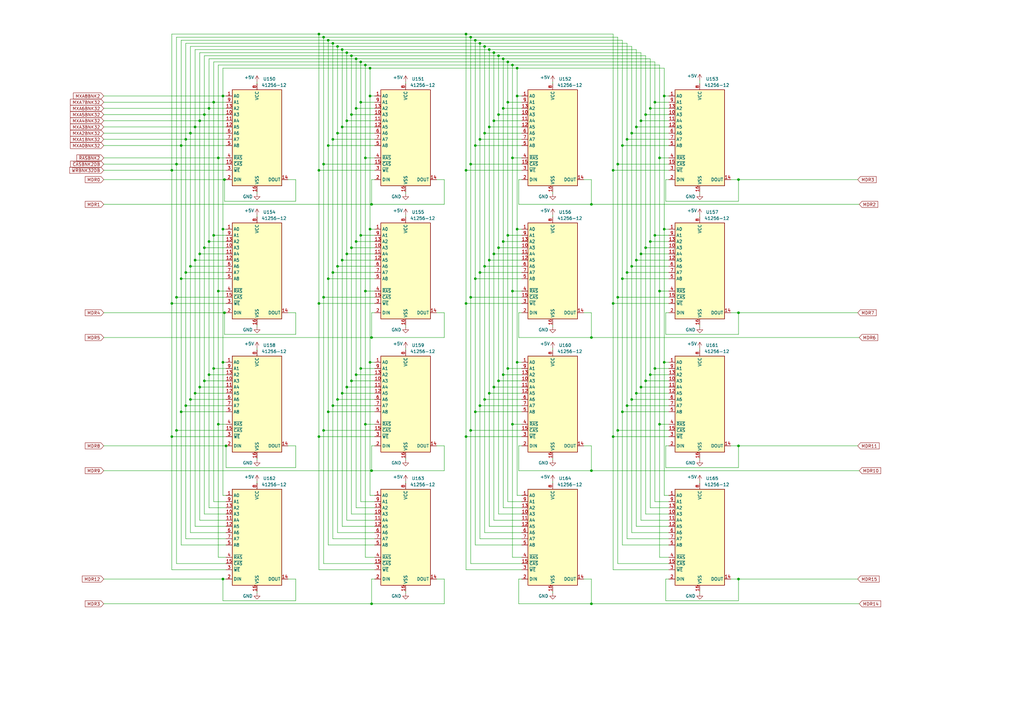
<source format=kicad_sch>
(kicad_sch (version 20211123) (generator eeschema)
  (paper "A3")
  (lib_symbols
    (symbol "power:+5V" (power) (pin_names (offset 0))
      (property "Value" "+5V" (at 0 3.556 0))
      (symbol "+5V_0_1"
        (polyline (pts (xy -0.762 1.27) (xy 0 2.54)))
        (polyline (pts (xy 0 0) (xy 0 2.54)))
        (polyline (pts (xy 0 2.54) (xy 0.762 1.27)))
      )
      (symbol "+5V_1_1"
        (pin power_in line (at 0 0 90) (length 0) hide (name "+5V") (number "1"))
      )
    )
    (symbol "power:GND" (power) (pin_names (offset 0))
      (property "Value" "GND" (at 0 -3.81 0))
      (symbol "GND_0_1"
        (polyline (pts (xy 0 0) (xy 0 -1.27) (xy 1.27 -1.27) (xy 0 -2.54) (xy -1.27 -1.27) (xy 0 -1.27)))
      )
      (symbol "GND_1_1"
        (pin power_in line (at 0 0 270) (length 0) hide (name "GND") (number "1"))
      )
    )
    (symbol "x37:41256"
      (property "Reference" "U" (at -10.16 26.035 0))
      (property "Value" "41256" (at 2.54 26.035 0))
      (symbol "41256_0_0"
        (pin power_in line (at 0 -16.51 90) (length 2.54) (name "VSS") (number "16"))
        (pin power_in line (at 0 27.94 270) (length 2.54) (name "VCC") (number "8"))
      )
      (symbol "41256_0_1"
        (rectangle (start -10.16 25.4) (end 10.16 -13.97) (stroke (width 0.254)) (fill (type background)))
      )
      (symbol "41256_1_1"
        (pin input line (at -12.7 22.86 0) (length 2.54) (name "A0") (number "1"))
        (pin input line (at -12.7 15.24 0) (length 2.54) (name "A3") (number "10"))
        (pin input line (at -12.7 12.7 0) (length 2.54) (name "A4") (number "11"))
        (pin input line (at -12.7 10.16 0) (length 2.54) (name "A5") (number "12"))
        (pin input line (at -12.7 17.78 0) (length 2.54) (name "A2") (number "13"))
        (pin tri_state line (at 12.7 -11.43 180) (length 2.54) (name "DOUT") (number "14"))
        (pin input line (at -12.7 -5.08 0) (length 2.54) (name "~{CAS}") (number "15"))
        (pin tri_state line (at -12.7 -11.43 0) (length 2.54) (name "DIN") (number "2"))
        (pin input line (at -12.7 -7.62 0) (length 2.54) (name "~{WE}") (number "3"))
        (pin input line (at -12.7 -2.54 0) (length 2.54) (name "~{RAS}") (number "4"))
        (pin input line (at -12.7 2.54 0) (length 2.54) (name "A8") (number "5"))
        (pin input line (at -12.7 7.62 0) (length 2.54) (name "A6") (number "6"))
        (pin input line (at -12.7 5.08 0) (length 2.54) (name "A7") (number "7"))
        (pin input line (at -12.7 20.32 0) (length 2.54) (name "A1") (number "9"))
      )
    )
  )
  (junction (at 147.955 151.13))
  (junction (at 191.135 124.46))
  (junction (at 151.765 27.94))
  (junction (at 202.565 21.59))
  (junction (at 130.81 124.46))
  (junction (at 194.945 168.91))
  (junction (at 70.485 69.85))
  (junction (at 251.46 179.07))
  (junction (at 134.62 168.91))
  (junction (at 89.535 173.99))
  (junction (at 200.66 106.68))
  (junction (at 151.765 93.98))
  (junction (at 144.145 156.21))
  (junction (at 83.82 156.21))
  (junction (at 78.105 109.22))
  (junction (at 253.365 176.53))
  (junction (at 193.04 67.31))
  (junction (at 260.985 106.68))
  (junction (at 146.05 153.67))
  (junction (at 130.81 179.07))
  (junction (at 136.525 57.15))
  (junction (at 147.955 96.52))
  (junction (at 146.05 99.06))
  (junction (at 193.04 15.24))
  (junction (at 74.295 59.69))
  (junction (at 85.725 44.45))
  (junction (at 72.39 67.31))
  (junction (at 262.89 49.53))
  (junction (at 87.63 151.13))
  (junction (at 212.09 148.59))
  (junction (at 264.795 46.99))
  (junction (at 134.62 114.3))
  (junction (at 259.08 54.61))
  (junction (at 146.05 24.13))
  (junction (at 270.51 173.99))
  (junction (at 130.81 69.85))
  (junction (at 191.135 69.85))
  (junction (at 208.28 41.91))
  (junction (at 270.51 64.77))
  (junction (at 91.44 148.59))
  (junction (at 210.185 26.67))
  (junction (at 206.375 153.67))
  (junction (at 70.485 124.46))
  (junction (at 87.63 96.52))
  (junction (at 144.145 101.6))
  (junction (at 138.43 54.61))
  (junction (at 266.7 99.06))
  (junction (at 200.66 52.07))
  (junction (at 76.2 57.15))
  (junction (at 202.565 158.75))
  (junction (at 76.2 111.76))
  (junction (at 72.39 121.92))
  (junction (at 194.945 114.3))
  (junction (at 149.86 26.67))
  (junction (at 266.7 44.45))
  (junction (at 259.08 163.83))
  (junction (at 242.57 247.65))
  (junction (at 253.365 121.92))
  (junction (at 196.85 57.15))
  (junction (at 208.28 151.13))
  (junction (at 206.375 44.45))
  (junction (at 257.175 111.76))
  (junction (at 200.66 161.29))
  (junction (at 76.2 166.37))
  (junction (at 212.09 39.37))
  (junction (at 208.28 96.52))
  (junction (at 262.89 104.14))
  (junction (at 242.57 138.43))
  (junction (at 262.89 158.75))
  (junction (at 204.47 156.21))
  (junction (at 194.945 59.69))
  (junction (at 204.47 101.6))
  (junction (at 151.765 39.37))
  (junction (at 85.725 99.06))
  (junction (at 91.44 93.98))
  (junction (at 70.485 179.07))
  (junction (at 198.755 19.05))
  (junction (at 81.915 158.75))
  (junction (at 302.895 128.27))
  (junction (at 138.43 109.22))
  (junction (at 149.86 119.38))
  (junction (at 200.66 20.32))
  (junction (at 142.24 104.14))
  (junction (at 212.09 93.98))
  (junction (at 136.525 111.76))
  (junction (at 204.47 22.86))
  (junction (at 142.24 49.53))
  (junction (at 78.105 163.83))
  (junction (at 204.47 46.99))
  (junction (at 140.335 106.68))
  (junction (at 272.415 93.98))
  (junction (at 132.715 176.53))
  (junction (at 264.795 156.21))
  (junction (at 80.01 106.68))
  (junction (at 196.85 166.37))
  (junction (at 138.43 163.83))
  (junction (at 80.01 161.29))
  (junction (at 140.335 20.32))
  (junction (at 196.85 111.76))
  (junction (at 134.62 59.69))
  (junction (at 210.185 173.99))
  (junction (at 242.57 83.82))
  (junction (at 132.715 67.31))
  (junction (at 81.915 49.53))
  (junction (at 74.295 168.91))
  (junction (at 198.755 163.83))
  (junction (at 251.46 69.85))
  (junction (at 130.81 13.97))
  (junction (at 194.945 16.51))
  (junction (at 259.08 109.22))
  (junction (at 264.795 101.6))
  (junction (at 149.86 64.77))
  (junction (at 202.565 49.53))
  (junction (at 147.955 25.4))
  (junction (at 81.915 104.14))
  (junction (at 191.135 13.97))
  (junction (at 144.145 46.99))
  (junction (at 132.715 15.24))
  (junction (at 206.375 99.06))
  (junction (at 152.4 138.43))
  (junction (at 196.85 17.78))
  (junction (at 257.175 57.15))
  (junction (at 198.755 109.22))
  (junction (at 253.365 67.31))
  (junction (at 255.27 114.3))
  (junction (at 92.075 128.27))
  (junction (at 208.28 25.4))
  (junction (at 83.82 46.99))
  (junction (at 152.4 83.82))
  (junction (at 302.895 182.88))
  (junction (at 260.985 52.07))
  (junction (at 191.135 179.07))
  (junction (at 206.375 24.13))
  (junction (at 140.335 52.07))
  (junction (at 136.525 166.37))
  (junction (at 266.7 153.67))
  (junction (at 193.04 121.92))
  (junction (at 255.27 168.91))
  (junction (at 85.725 153.67))
  (junction (at 257.175 166.37))
  (junction (at 202.565 104.14))
  (junction (at 132.715 121.92))
  (junction (at 251.46 124.46))
  (junction (at 272.415 148.59))
  (junction (at 89.535 119.38))
  (junction (at 146.05 44.45))
  (junction (at 260.985 161.29))
  (junction (at 255.27 59.69))
  (junction (at 134.62 16.51))
  (junction (at 210.185 119.38))
  (junction (at 78.105 54.61))
  (junction (at 74.295 114.3))
  (junction (at 92.71 182.88))
  (junction (at 92.075 73.66))
  (junction (at 136.525 17.78))
  (junction (at 210.185 64.77))
  (junction (at 268.605 151.13))
  (junction (at 138.43 19.05))
  (junction (at 302.895 237.49))
  (junction (at 272.415 39.37))
  (junction (at 147.955 41.91))
  (junction (at 80.01 52.07))
  (junction (at 268.605 96.52))
  (junction (at 212.09 27.94))
  (junction (at 151.765 148.59))
  (junction (at 140.335 161.29))
  (junction (at 91.44 237.49))
  (junction (at 144.145 22.86))
  (junction (at 142.24 158.75))
  (junction (at 83.82 101.6))
  (junction (at 142.24 21.59))
  (junction (at 152.4 247.65))
  (junction (at 270.51 119.38))
  (junction (at 193.04 176.53))
  (junction (at 91.44 39.37))
  (junction (at 87.63 41.91))
  (junction (at 198.755 54.61))
  (junction (at 152.4 193.04))
  (junction (at 302.895 73.66))
  (junction (at 89.535 64.77))
  (junction (at 149.86 173.99))
  (junction (at 242.57 193.04))
  (junction (at 72.39 176.53))
  (junction (at 268.605 41.91))
  (wire (pts (xy 91.44 148.59) (xy 92.71 148.59)))
  (wire (pts (xy 212.725 247.65) (xy 242.57 247.65)))
  (wire (pts (xy 140.335 52.07) (xy 140.335 106.68)))
  (wire (pts (xy 153.67 67.31) (xy 132.715 67.31)))
  (wire (pts (xy 204.47 46.99) (xy 204.47 101.6)))
  (wire (pts (xy 266.7 153.67) (xy 266.7 208.28)))
  (wire (pts (xy 242.57 128.27) (xy 239.395 128.27)))
  (wire (pts (xy 70.485 179.07) (xy 70.485 124.46)))
  (wire (pts (xy 204.47 156.21) (xy 204.47 210.82)))
  (wire (pts (xy 274.32 228.6) (xy 270.51 228.6)))
  (wire (pts (xy 200.66 161.29) (xy 200.66 215.9)))
  (wire (pts (xy 193.04 67.31) (xy 193.04 15.24)))
  (wire (pts (xy 226.695 33.655) (xy 226.695 34.29)))
  (wire (pts (xy 268.605 151.13) (xy 268.605 205.74)))
  (wire (pts (xy 260.985 106.68) (xy 260.985 161.29)))
  (wire (pts (xy 147.955 151.13) (xy 153.67 151.13)))
  (wire (pts (xy 206.375 24.13) (xy 266.7 24.13)))
  (wire (pts (xy 105.41 33.655) (xy 105.41 34.29)))
  (wire (pts (xy 105.41 142.875) (xy 105.41 143.51)))
  (wire (pts (xy 182.245 182.88) (xy 182.245 193.04)))
  (wire (pts (xy 253.365 67.31) (xy 253.365 121.92)))
  (wire (pts (xy 194.945 16.51) (xy 255.27 16.51)))
  (wire (pts (xy 213.995 64.77) (xy 210.185 64.77)))
  (wire (pts (xy 200.66 161.29) (xy 213.995 161.29)))
  (wire (pts (xy 91.44 27.94) (xy 151.765 27.94)))
  (wire (pts (xy 212.725 193.04) (xy 242.57 193.04)))
  (wire (pts (xy 302.895 73.66) (xy 299.72 73.66)))
  (wire (pts (xy 204.47 101.6) (xy 213.995 101.6)))
  (wire (pts (xy 166.37 33.655) (xy 166.37 34.29)))
  (wire (pts (xy 274.32 39.37) (xy 272.415 39.37)))
  (wire (pts (xy 210.185 119.38) (xy 210.185 173.99)))
  (wire (pts (xy 121.285 191.77) (xy 121.285 182.88)))
  (wire (pts (xy 91.44 93.98) (xy 91.44 148.59)))
  (wire (pts (xy 72.39 67.31) (xy 72.39 15.24)))
  (wire (pts (xy 78.105 218.44) (xy 92.71 218.44)))
  (wire (pts (xy 92.71 191.77) (xy 121.285 191.77)))
  (wire (pts (xy 151.765 148.59) (xy 151.765 203.2)))
  (wire (pts (xy 274.32 153.67) (xy 266.7 153.67)))
  (wire (pts (xy 121.285 182.88) (xy 118.11 182.88)))
  (wire (pts (xy 266.7 99.06) (xy 266.7 153.67)))
  (wire (pts (xy 153.67 231.14) (xy 132.715 231.14)))
  (wire (pts (xy 274.32 109.22) (xy 259.08 109.22)))
  (wire (pts (xy 85.725 153.67) (xy 85.725 208.28)))
  (wire (pts (xy 153.67 44.45) (xy 146.05 44.45)))
  (wire (pts (xy 268.605 41.91) (xy 268.605 96.52)))
  (wire (pts (xy 270.51 64.77) (xy 270.51 26.67)))
  (wire (pts (xy 105.41 78.74) (xy 105.41 79.375)))
  (wire (pts (xy 193.04 67.31) (xy 193.04 121.92)))
  (wire (pts (xy 91.44 246.38) (xy 121.285 246.38)))
  (wire (pts (xy 260.985 161.29) (xy 274.32 161.29)))
  (wire (pts (xy 226.695 187.96) (xy 226.695 188.595)))
  (wire (pts (xy 92.075 128.27) (xy 92.71 128.27)))
  (wire (pts (xy 70.485 233.68) (xy 92.71 233.68)))
  (wire (pts (xy 287.02 187.96) (xy 287.02 188.595)))
  (wire (pts (xy 153.67 237.49) (xy 152.4 237.49)))
  (wire (pts (xy 166.37 142.875) (xy 166.37 143.51)))
  (wire (pts (xy 140.335 161.29) (xy 140.335 215.9)))
  (wire (pts (xy 255.27 168.91) (xy 255.27 223.52)))
  (wire (pts (xy 72.39 231.14) (xy 92.71 231.14)))
  (wire (pts (xy 212.09 39.37) (xy 212.09 27.94)))
  (wire (pts (xy 212.09 93.98) (xy 212.09 148.59)))
  (wire (pts (xy 274.32 114.3) (xy 255.27 114.3)))
  (wire (pts (xy 136.525 17.78) (xy 196.85 17.78)))
  (wire (pts (xy 138.43 109.22) (xy 138.43 163.83)))
  (wire (pts (xy 76.2 220.98) (xy 92.71 220.98)))
  (wire (pts (xy 72.39 121.92) (xy 72.39 176.53)))
  (wire (pts (xy 274.32 182.88) (xy 273.05 182.88)))
  (wire (pts (xy 264.795 156.21) (xy 274.32 156.21)))
  (wire (pts (xy 204.47 22.86) (xy 264.795 22.86)))
  (wire (pts (xy 130.81 179.07) (xy 153.67 179.07)))
  (wire (pts (xy 146.05 44.45) (xy 146.05 99.06)))
  (wire (pts (xy 153.67 121.92) (xy 132.715 121.92)))
  (wire (pts (xy 255.27 59.69) (xy 255.27 16.51)))
  (wire (pts (xy 74.295 114.3) (xy 92.71 114.3)))
  (wire (pts (xy 78.105 54.61) (xy 78.105 19.05)))
  (wire (pts (xy 202.565 21.59) (xy 262.89 21.59)))
  (wire (pts (xy 81.915 213.36) (xy 92.71 213.36)))
  (wire (pts (xy 121.285 237.49) (xy 118.11 237.49)))
  (wire (pts (xy 274.32 218.44) (xy 259.08 218.44)))
  (wire (pts (xy 92.075 137.16) (xy 121.285 137.16)))
  (wire (pts (xy 136.525 17.78) (xy 136.525 57.15)))
  (wire (pts (xy 287.02 197.485) (xy 287.02 198.12)))
  (wire (pts (xy 74.295 168.91) (xy 74.295 223.52)))
  (wire (pts (xy 273.05 128.27) (xy 273.05 137.16)))
  (wire (pts (xy 213.995 128.27) (xy 212.725 128.27)))
  (wire (pts (xy 153.67 119.38) (xy 149.86 119.38)))
  (wire (pts (xy 352.425 83.82) (xy 242.57 83.82)))
  (wire (pts (xy 144.145 210.82) (xy 153.67 210.82)))
  (wire (pts (xy 202.565 49.53) (xy 202.565 104.14)))
  (wire (pts (xy 70.485 69.85) (xy 92.71 69.85)))
  (wire (pts (xy 153.67 104.14) (xy 142.24 104.14)))
  (wire (pts (xy 212.725 73.66) (xy 212.725 83.82)))
  (wire (pts (xy 136.525 57.15) (xy 153.67 57.15)))
  (wire (pts (xy 83.82 46.99) (xy 83.82 101.6)))
  (wire (pts (xy 74.295 223.52) (xy 92.71 223.52)))
  (wire (pts (xy 121.285 82.55) (xy 121.285 73.66)))
  (wire (pts (xy 191.135 124.46) (xy 213.995 124.46)))
  (wire (pts (xy 152.4 83.82) (xy 182.245 83.82)))
  (wire (pts (xy 153.67 182.88) (xy 152.4 182.88)))
  (wire (pts (xy 80.01 20.32) (xy 140.335 20.32)))
  (wire (pts (xy 182.245 182.88) (xy 179.07 182.88)))
  (wire (pts (xy 213.995 54.61) (xy 198.755 54.61)))
  (wire (pts (xy 42.545 41.91) (xy 87.63 41.91)))
  (wire (pts (xy 144.145 156.21) (xy 153.67 156.21)))
  (wire (pts (xy 212.09 148.59) (xy 212.09 203.2)))
  (wire (pts (xy 80.01 161.29) (xy 92.71 161.29)))
  (wire (pts (xy 89.535 173.99) (xy 89.535 228.6)))
  (wire (pts (xy 200.66 52.07) (xy 213.995 52.07)))
  (wire (pts (xy 142.24 49.53) (xy 142.24 21.59)))
  (wire (pts (xy 351.79 73.66) (xy 302.895 73.66)))
  (wire (pts (xy 194.945 59.69) (xy 194.945 16.51)))
  (wire (pts (xy 268.605 25.4) (xy 268.605 41.91)))
  (wire (pts (xy 262.89 104.14) (xy 262.89 158.75)))
  (wire (pts (xy 251.46 13.97) (xy 251.46 69.85)))
  (wire (pts (xy 138.43 54.61) (xy 138.43 109.22)))
  (wire (pts (xy 253.365 121.92) (xy 253.365 176.53)))
  (wire (pts (xy 83.82 210.82) (xy 92.71 210.82)))
  (wire (pts (xy 274.32 64.77) (xy 270.51 64.77)))
  (wire (pts (xy 259.08 109.22) (xy 259.08 163.83)))
  (wire (pts (xy 153.67 39.37) (xy 151.765 39.37)))
  (wire (pts (xy 255.27 114.3) (xy 255.27 168.91)))
  (wire (pts (xy 287.02 242.57) (xy 287.02 243.205)))
  (wire (pts (xy 206.375 44.45) (xy 206.375 99.06)))
  (wire (pts (xy 153.67 208.28) (xy 146.05 208.28)))
  (wire (pts (xy 153.67 73.66) (xy 152.4 73.66)))
  (wire (pts (xy 196.85 111.76) (xy 213.995 111.76)))
  (wire (pts (xy 76.2 17.78) (xy 136.525 17.78)))
  (wire (pts (xy 130.81 233.68) (xy 153.67 233.68)))
  (wire (pts (xy 213.995 218.44) (xy 198.755 218.44)))
  (wire (pts (xy 266.7 44.45) (xy 266.7 99.06)))
  (wire (pts (xy 72.39 176.53) (xy 92.71 176.53)))
  (wire (pts (xy 153.67 203.2) (xy 151.765 203.2)))
  (wire (pts (xy 81.915 49.53) (xy 81.915 104.14)))
  (wire (pts (xy 257.175 111.76) (xy 274.32 111.76)))
  (wire (pts (xy 196.85 111.76) (xy 196.85 166.37)))
  (wire (pts (xy 260.985 106.68) (xy 274.32 106.68)))
  (wire (pts (xy 87.63 41.91) (xy 92.71 41.91)))
  (wire (pts (xy 85.725 24.13) (xy 85.725 44.45)))
  (wire (pts (xy 273.05 191.77) (xy 302.895 191.77)))
  (wire (pts (xy 74.295 59.69) (xy 74.295 114.3)))
  (wire (pts (xy 208.28 151.13) (xy 213.995 151.13)))
  (wire (pts (xy 257.175 111.76) (xy 257.175 166.37)))
  (wire (pts (xy 83.82 156.21) (xy 83.82 210.82)))
  (wire (pts (xy 196.85 220.98) (xy 213.995 220.98)))
  (wire (pts (xy 242.57 73.66) (xy 239.395 73.66)))
  (wire (pts (xy 213.995 228.6) (xy 210.185 228.6)))
  (wire (pts (xy 242.57 182.88) (xy 242.57 193.04)))
  (wire (pts (xy 352.425 138.43) (xy 242.57 138.43)))
  (wire (pts (xy 130.81 69.85) (xy 153.67 69.85)))
  (wire (pts (xy 200.66 106.68) (xy 200.66 161.29)))
  (wire (pts (xy 42.545 59.69) (xy 74.295 59.69)))
  (wire (pts (xy 302.895 137.16) (xy 302.895 128.27)))
  (wire (pts (xy 202.565 104.14) (xy 202.565 158.75)))
  (wire (pts (xy 80.01 106.68) (xy 92.71 106.68)))
  (wire (pts (xy 251.46 69.85) (xy 251.46 124.46)))
  (wire (pts (xy 206.375 44.45) (xy 206.375 24.13)))
  (wire (pts (xy 274.32 213.36) (xy 262.89 213.36)))
  (wire (pts (xy 80.01 106.68) (xy 80.01 161.29)))
  (wire (pts (xy 121.285 246.38) (xy 121.285 237.49)))
  (wire (pts (xy 42.545 67.31) (xy 72.39 67.31)))
  (wire (pts (xy 213.995 148.59) (xy 212.09 148.59)))
  (wire (pts (xy 268.605 151.13) (xy 274.32 151.13)))
  (wire (pts (xy 147.955 151.13) (xy 147.955 205.74)))
  (wire (pts (xy 182.245 73.66) (xy 182.245 83.82)))
  (wire (pts (xy 302.895 128.27) (xy 299.72 128.27)))
  (wire (pts (xy 92.075 82.55) (xy 121.285 82.55)))
  (wire (pts (xy 70.485 124.46) (xy 70.485 69.85)))
  (wire (pts (xy 251.46 233.68) (xy 274.32 233.68)))
  (wire (pts (xy 191.135 233.68) (xy 213.995 233.68)))
  (wire (pts (xy 302.895 246.38) (xy 302.895 237.49)))
  (wire (pts (xy 272.415 148.59) (xy 272.415 203.2)))
  (wire (pts (xy 153.67 176.53) (xy 132.715 176.53)))
  (wire (pts (xy 213.995 158.75) (xy 202.565 158.75)))
  (wire (pts (xy 274.32 231.14) (xy 253.365 231.14)))
  (wire (pts (xy 80.01 161.29) (xy 80.01 215.9)))
  (wire (pts (xy 78.105 163.83) (xy 92.71 163.83)))
  (wire (pts (xy 251.46 179.07) (xy 274.32 179.07)))
  (wire (pts (xy 92.075 73.66) (xy 92.075 82.55)))
  (wire (pts (xy 142.24 104.14) (xy 142.24 158.75)))
  (wire (pts (xy 257.175 166.37) (xy 257.175 220.98)))
  (wire (pts (xy 270.51 173.99) (xy 270.51 228.6)))
  (wire (pts (xy 153.67 114.3) (xy 134.62 114.3)))
  (wire (pts (xy 274.32 119.38) (xy 270.51 119.38)))
  (wire (pts (xy 274.32 128.27) (xy 273.05 128.27)))
  (wire (pts (xy 136.525 166.37) (xy 136.525 220.98)))
  (wire (pts (xy 264.795 22.86) (xy 264.795 46.99)))
  (wire (pts (xy 191.135 69.85) (xy 191.135 124.46)))
  (wire (pts (xy 85.725 208.28) (xy 92.71 208.28)))
  (wire (pts (xy 85.725 44.45) (xy 92.71 44.45)))
  (wire (pts (xy 206.375 153.67) (xy 206.375 208.28)))
  (wire (pts (xy 287.02 33.02) (xy 287.02 34.29)))
  (wire (pts (xy 208.28 25.4) (xy 268.605 25.4)))
  (wire (pts (xy 91.44 93.98) (xy 92.71 93.98)))
  (wire (pts (xy 287.02 78.74) (xy 287.02 79.375)))
  (wire (pts (xy 153.67 218.44) (xy 138.43 218.44)))
  (wire (pts (xy 87.63 151.13) (xy 87.63 205.74)))
  (wire (pts (xy 42.545 64.77) (xy 89.535 64.77)))
  (wire (pts (xy 136.525 57.15) (xy 136.525 111.76)))
  (wire (pts (xy 87.63 151.13) (xy 92.71 151.13)))
  (wire (pts (xy 274.32 148.59) (xy 272.415 148.59)))
  (wire (pts (xy 91.44 148.59) (xy 91.44 203.2)))
  (wire (pts (xy 42.545 73.66) (xy 92.075 73.66)))
  (wire (pts (xy 130.81 13.97) (xy 130.81 69.85)))
  (wire (pts (xy 105.41 242.57) (xy 105.41 243.205)))
  (wire (pts (xy 226.695 133.35) (xy 226.695 133.985)))
  (wire (pts (xy 89.535 173.99) (xy 92.71 173.99)))
  (wire (pts (xy 76.2 57.15) (xy 76.2 111.76)))
  (wire (pts (xy 212.09 39.37) (xy 212.09 93.98)))
  (wire (pts (xy 273.05 246.38) (xy 302.895 246.38)))
  (wire (pts (xy 132.715 176.53) (xy 132.715 231.14)))
  (wire (pts (xy 152.4 138.43) (xy 182.245 138.43)))
  (wire (pts (xy 208.28 41.91) (xy 213.995 41.91)))
  (wire (pts (xy 270.51 119.38) (xy 270.51 173.99)))
  (wire (pts (xy 121.285 73.66) (xy 118.11 73.66)))
  (wire (pts (xy 255.27 59.69) (xy 255.27 114.3)))
  (wire (pts (xy 259.08 19.05) (xy 198.755 19.05)))
  (wire (pts (xy 196.85 166.37) (xy 213.995 166.37)))
  (wire (pts (xy 274.32 237.49) (xy 273.05 237.49)))
  (wire (pts (xy 76.2 17.78) (xy 76.2 57.15)))
  (wire (pts (xy 251.46 69.85) (xy 274.32 69.85)))
  (wire (pts (xy 302.895 182.88) (xy 299.72 182.88)))
  (wire (pts (xy 191.135 124.46) (xy 191.135 179.07)))
  (wire (pts (xy 153.67 153.67) (xy 146.05 153.67)))
  (wire (pts (xy 194.945 114.3) (xy 194.945 168.91)))
  (wire (pts (xy 152.4 193.04) (xy 182.245 193.04)))
  (wire (pts (xy 272.415 39.37) (xy 272.415 93.98)))
  (wire (pts (xy 274.32 93.98) (xy 272.415 93.98)))
  (wire (pts (xy 242.57 237.49) (xy 242.57 247.65)))
  (wire (pts (xy 92.075 73.66) (xy 92.71 73.66)))
  (wire (pts (xy 151.765 39.37) (xy 151.765 93.98)))
  (wire (pts (xy 274.32 208.28) (xy 266.7 208.28)))
  (wire (pts (xy 253.365 67.31) (xy 253.365 15.24)))
  (wire (pts (xy 153.67 173.99) (xy 149.86 173.99)))
  (wire (pts (xy 147.955 96.52) (xy 147.955 151.13)))
  (wire (pts (xy 259.08 54.61) (xy 259.08 109.22)))
  (wire (pts (xy 132.715 67.31) (xy 132.715 15.24)))
  (wire (pts (xy 85.725 99.06) (xy 85.725 153.67)))
  (wire (pts (xy 208.28 96.52) (xy 213.995 96.52)))
  (wire (pts (xy 212.725 138.43) (xy 242.57 138.43)))
  (wire (pts (xy 144.145 22.86) (xy 204.47 22.86)))
  (wire (pts (xy 147.955 41.91) (xy 153.67 41.91)))
  (wire (pts (xy 200.66 52.07) (xy 200.66 106.68)))
  (wire (pts (xy 351.79 128.27) (xy 302.895 128.27)))
  (wire (pts (xy 153.67 99.06) (xy 146.05 99.06)))
  (wire (pts (xy 242.57 237.49) (xy 239.395 237.49)))
  (wire (pts (xy 262.89 21.59) (xy 262.89 49.53)))
  (wire (pts (xy 153.67 128.27) (xy 152.4 128.27)))
  (wire (pts (xy 42.545 69.85) (xy 70.485 69.85)))
  (wire (pts (xy 130.81 124.46) (xy 153.67 124.46)))
  (wire (pts (xy 70.485 124.46) (xy 92.71 124.46)))
  (wire (pts (xy 196.85 57.15) (xy 213.995 57.15)))
  (wire (pts (xy 273.05 237.49) (xy 273.05 246.38)))
  (wire (pts (xy 87.63 41.91) (xy 87.63 25.4)))
  (wire (pts (xy 213.995 49.53) (xy 202.565 49.53)))
  (wire (pts (xy 153.67 158.75) (xy 142.24 158.75)))
  (wire (pts (xy 274.32 73.66) (xy 273.05 73.66)))
  (wire (pts (xy 287.02 142.875) (xy 287.02 143.51)))
  (wire (pts (xy 182.245 128.27) (xy 182.245 138.43)))
  (wire (pts (xy 83.82 22.86) (xy 144.145 22.86)))
  (wire (pts (xy 191.135 69.85) (xy 213.995 69.85)))
  (wire (pts (xy 91.44 237.49) (xy 91.44 246.38)))
  (wire (pts (xy 140.335 161.29) (xy 153.67 161.29)))
  (wire (pts (xy 83.82 156.21) (xy 92.71 156.21)))
  (wire (pts (xy 153.67 163.83) (xy 138.43 163.83)))
  (wire (pts (xy 287.02 88.265) (xy 287.02 88.9)))
  (wire (pts (xy 89.535 26.67) (xy 89.535 64.77)))
  (wire (pts (xy 264.795 46.99) (xy 264.795 101.6)))
  (wire (pts (xy 76.2 166.37) (xy 92.71 166.37)))
  (wire (pts (xy 198.755 54.61) (xy 198.755 109.22)))
  (wire (pts (xy 212.725 83.82) (xy 242.57 83.82)))
  (wire (pts (xy 166.37 133.35) (xy 166.37 133.985)))
  (wire (pts (xy 274.32 44.45) (xy 266.7 44.45)))
  (wire (pts (xy 81.915 158.75) (xy 92.71 158.75)))
  (wire (pts (xy 146.05 24.13) (xy 206.375 24.13)))
  (wire (pts (xy 255.27 59.69) (xy 274.32 59.69)))
  (wire (pts (xy 257.175 57.15) (xy 274.32 57.15)))
  (wire (pts (xy 196.85 17.78) (xy 257.175 17.78)))
  (wire (pts (xy 213.995 168.91) (xy 194.945 168.91)))
  (wire (pts (xy 226.695 88.265) (xy 226.695 88.9)))
  (wire (pts (xy 200.66 215.9) (xy 213.995 215.9)))
  (wire (pts (xy 83.82 22.86) (xy 83.82 46.99)))
  (wire (pts (xy 213.995 114.3) (xy 194.945 114.3)))
  (wire (pts (xy 144.145 101.6) (xy 153.67 101.6)))
  (wire (pts (xy 140.335 215.9) (xy 153.67 215.9)))
  (wire (pts (xy 213.995 213.36) (xy 202.565 213.36)))
  (wire (pts (xy 136.525 220.98) (xy 153.67 220.98)))
  (wire (pts (xy 42.545 247.65) (xy 152.4 247.65)))
  (wire (pts (xy 147.955 25.4) (xy 147.955 41.91)))
  (wire (pts (xy 153.67 93.98) (xy 151.765 93.98)))
  (wire (pts (xy 242.57 182.88) (xy 239.395 182.88)))
  (wire (pts (xy 210.185 64.77) (xy 210.185 26.67)))
  (wire (pts (xy 274.32 168.91) (xy 255.27 168.91)))
  (wire (pts (xy 149.86 64.77) (xy 149.86 26.67)))
  (wire (pts (xy 257.175 220.98) (xy 274.32 220.98)))
  (wire (pts (xy 270.51 64.77) (xy 270.51 119.38)))
  (wire (pts (xy 81.915 104.14) (xy 81.915 158.75)))
  (wire (pts (xy 213.995 176.53) (xy 193.04 176.53)))
  (wire (pts (xy 83.82 101.6) (xy 92.71 101.6)))
  (wire (pts (xy 89.535 64.77) (xy 92.71 64.77)))
  (wire (pts (xy 147.955 96.52) (xy 153.67 96.52)))
  (wire (pts (xy 138.43 163.83) (xy 138.43 218.44)))
  (wire (pts (xy 105.41 88.265) (xy 105.41 88.9)))
  (wire (pts (xy 87.63 96.52) (xy 87.63 151.13)))
  (wire (pts (xy 302.895 191.77) (xy 302.895 182.88)))
  (wire (pts (xy 210.185 26.67) (xy 149.86 26.67)))
  (wire (pts (xy 259.08 163.83) (xy 259.08 218.44)))
  (wire (pts (xy 198.755 54.61) (xy 198.755 19.05)))
  (wire (pts (xy 273.05 137.16) (xy 302.895 137.16)))
  (wire (pts (xy 212.725 237.49) (xy 212.725 247.65)))
  (wire (pts (xy 144.145 101.6) (xy 144.145 156.21)))
  (wire (pts (xy 206.375 99.06) (xy 206.375 153.67)))
  (wire (pts (xy 147.955 41.91) (xy 147.955 96.52)))
  (wire (pts (xy 42.545 39.37) (xy 91.44 39.37)))
  (wire (pts (xy 42.545 44.45) (xy 85.725 44.45)))
  (wire (pts (xy 149.86 119.38) (xy 149.86 173.99)))
  (wire (pts (xy 136.525 111.76) (xy 153.67 111.76)))
  (wire (pts (xy 213.995 73.66) (xy 212.725 73.66)))
  (wire (pts (xy 200.66 106.68) (xy 213.995 106.68)))
  (wire (pts (xy 42.545 193.04) (xy 152.4 193.04)))
  (wire (pts (xy 272.415 93.98) (xy 272.415 148.59)))
  (wire (pts (xy 166.37 78.74) (xy 166.37 79.375)))
  (wire (pts (xy 153.67 59.69) (xy 134.62 59.69)))
  (wire (pts (xy 242.57 128.27) (xy 242.57 138.43)))
  (wire (pts (xy 200.66 20.32) (xy 200.66 52.07)))
  (wire (pts (xy 287.02 133.35) (xy 287.02 133.985)))
  (wire (pts (xy 76.2 111.76) (xy 76.2 166.37)))
  (wire (pts (xy 200.66 20.32) (xy 260.985 20.32)))
  (wire (pts (xy 166.37 197.485) (xy 166.37 198.12)))
  (wire (pts (xy 70.485 179.07) (xy 92.71 179.07)))
  (wire (pts (xy 105.41 133.35) (xy 105.41 133.985)))
  (wire (pts (xy 87.63 41.91) (xy 87.63 96.52)))
  (wire (pts (xy 76.2 166.37) (xy 76.2 220.98)))
  (wire (pts (xy 182.245 73.66) (xy 179.07 73.66)))
  (wire (pts (xy 140.335 20.32) (xy 140.335 52.07)))
  (wire (pts (xy 132.715 121.92) (xy 132.715 176.53)))
  (wire (pts (xy 42.545 182.88) (xy 92.71 182.88)))
  (wire (pts (xy 208.28 25.4) (xy 208.28 41.91)))
  (wire (pts (xy 264.795 46.99) (xy 274.32 46.99)))
  (wire (pts (xy 140.335 106.68) (xy 153.67 106.68)))
  (wire (pts (xy 134.62 168.91) (xy 134.62 223.52)))
  (wire (pts (xy 72.39 67.31) (xy 92.71 67.31)))
  (wire (pts (xy 152.4 73.66) (xy 152.4 83.82)))
  (wire (pts (xy 251.46 124.46) (xy 274.32 124.46)))
  (wire (pts (xy 264.795 101.6) (xy 264.795 156.21)))
  (wire (pts (xy 257.175 17.78) (xy 257.175 57.15)))
  (wire (pts (xy 274.32 163.83) (xy 259.08 163.83)))
  (wire (pts (xy 193.04 15.24) (xy 253.365 15.24)))
  (wire (pts (xy 70.485 13.97) (xy 130.81 13.97)))
  (wire (pts (xy 152.4 247.65) (xy 182.245 247.65)))
  (wire (pts (xy 153.67 49.53) (xy 142.24 49.53)))
  (wire (pts (xy 264.795 156.21) (xy 264.795 210.82)))
  (wire (pts (xy 204.47 101.6) (xy 204.47 156.21)))
  (wire (pts (xy 204.47 46.99) (xy 213.995 46.99)))
  (wire (pts (xy 264.795 210.82) (xy 274.32 210.82)))
  (wire (pts (xy 80.01 215.9) (xy 92.71 215.9)))
  (wire (pts (xy 194.945 168.91) (xy 194.945 223.52)))
  (wire (pts (xy 80.01 20.32) (xy 80.01 52.07)))
  (wire (pts (xy 351.79 237.49) (xy 302.895 237.49)))
  (wire (pts (xy 76.2 57.15) (xy 92.71 57.15)))
  (wire (pts (xy 274.32 54.61) (xy 259.08 54.61)))
  (wire (pts (xy 87.63 205.74) (xy 92.71 205.74)))
  (wire (pts (xy 210.185 173.99) (xy 210.185 228.6)))
  (wire (pts (xy 212.09 27.94) (xy 272.415 27.94)))
  (wire (pts (xy 274.32 67.31) (xy 253.365 67.31)))
  (wire (pts (xy 274.32 176.53) (xy 253.365 176.53)))
  (wire (pts (xy 202.565 49.53) (xy 202.565 21.59)))
  (wire (pts (xy 76.2 111.76) (xy 92.71 111.76)))
  (wire (pts (xy 130.81 13.97) (xy 191.135 13.97)))
  (wire (pts (xy 92.075 128.27) (xy 92.075 137.16)))
  (wire (pts (xy 198.755 19.05) (xy 138.43 19.05)))
  (wire (pts (xy 257.175 166.37) (xy 274.32 166.37)))
  (wire (pts (xy 166.37 242.57) (xy 166.37 243.205)))
  (wire (pts (xy 213.995 67.31) (xy 193.04 67.31)))
  (wire (pts (xy 198.755 163.83) (xy 198.755 218.44)))
  (wire (pts (xy 89.535 64.77) (xy 89.535 119.38)))
  (wire (pts (xy 81.915 49.53) (xy 81.915 21.59)))
  (wire (pts (xy 144.145 156.21) (xy 144.145 210.82)))
  (wire (pts (xy 74.295 59.69) (xy 74.295 16.51)))
  (wire (pts (xy 83.82 101.6) (xy 83.82 156.21)))
  (wire (pts (xy 257.175 57.15) (xy 257.175 111.76)))
  (wire (pts (xy 134.62 114.3) (xy 134.62 168.91)))
  (wire (pts (xy 42.545 49.53) (xy 81.915 49.53)))
  (wire (pts (xy 134.62 16.51) (xy 194.945 16.51)))
  (wire (pts (xy 146.05 153.67) (xy 146.05 208.28)))
  (wire (pts (xy 274.32 104.14) (xy 262.89 104.14)))
  (wire (pts (xy 42.545 138.43) (xy 152.4 138.43)))
  (wire (pts (xy 42.545 54.61) (xy 78.105 54.61)))
  (wire (pts (xy 153.67 223.52) (xy 134.62 223.52)))
  (wire (pts (xy 202.565 158.75) (xy 202.565 213.36)))
  (wire (pts (xy 85.725 24.13) (xy 146.05 24.13)))
  (wire (pts (xy 151.765 39.37) (xy 151.765 27.94)))
  (wire (pts (xy 149.86 64.77) (xy 149.86 119.38)))
  (wire (pts (xy 274.32 223.52) (xy 255.27 223.52)))
  (wire (pts (xy 42.545 83.82) (xy 152.4 83.82)))
  (wire (pts (xy 208.28 41.91) (xy 208.28 96.52)))
  (wire (pts (xy 182.245 237.49) (xy 179.07 237.49)))
  (wire (pts (xy 210.185 64.77) (xy 210.185 119.38)))
  (wire (pts (xy 105.41 197.485) (xy 105.41 198.12)))
  (wire (pts (xy 138.43 54.61) (xy 138.43 19.05)))
  (wire (pts (xy 166.37 88.265) (xy 166.37 88.9)))
  (wire (pts (xy 213.995 182.88) (xy 212.725 182.88)))
  (wire (pts (xy 142.24 158.75) (xy 142.24 213.36)))
  (wire (pts (xy 78.105 109.22) (xy 92.71 109.22)))
  (wire (pts (xy 147.955 205.74) (xy 153.67 205.74)))
  (wire (pts (xy 268.605 41.91) (xy 274.32 41.91)))
  (wire (pts (xy 70.485 233.68) (xy 70.485 179.07)))
  (wire (pts (xy 260.985 52.07) (xy 274.32 52.07)))
  (wire (pts (xy 72.39 67.31) (xy 72.39 121.92)))
  (wire (pts (xy 121.285 128.27) (xy 118.11 128.27)))
  (wire (pts (xy 213.995 93.98) (xy 212.09 93.98)))
  (wire (pts (xy 87.63 25.4) (xy 147.955 25.4)))
  (wire (pts (xy 226.695 142.875) (xy 226.695 143.51)))
  (wire (pts (xy 85.725 99.06) (xy 92.71 99.06)))
  (wire (pts (xy 121.285 137.16) (xy 121.285 128.27)))
  (wire (pts (xy 70.485 13.97) (xy 70.485 69.85)))
  (wire (pts (xy 182.245 128.27) (xy 179.07 128.27)))
  (wire (pts (xy 213.995 99.06) (xy 206.375 99.06)))
  (wire (pts (xy 78.105 54.61) (xy 78.105 109.22)))
  (wire (pts (xy 208.28 151.13) (xy 208.28 205.74)))
  (wire (pts (xy 87.63 96.52) (xy 92.71 96.52)))
  (wire (pts (xy 262.89 158.75) (xy 262.89 213.36)))
  (wire (pts (xy 226.695 242.57) (xy 226.695 243.205)))
  (wire (pts (xy 91.44 39.37) (xy 91.44 27.94)))
  (wire (pts (xy 273.05 182.88) (xy 273.05 191.77)))
  (wire (pts (xy 260.985 52.07) (xy 260.985 106.68)))
  (wire (pts (xy 80.01 52.07) (xy 92.71 52.07)))
  (wire (pts (xy 274.32 173.99) (xy 270.51 173.99)))
  (wire (pts (xy 226.695 197.485) (xy 226.695 198.12)))
  (wire (pts (xy 204.47 210.82) (xy 213.995 210.82)))
  (wire (pts (xy 146.05 44.45) (xy 146.05 24.13)))
  (wire (pts (xy 213.995 223.52) (xy 194.945 223.52)))
  (wire (pts (xy 130.81 124.46) (xy 130.81 179.07)))
  (wire (pts (xy 80.01 52.07) (xy 80.01 106.68)))
  (wire (pts (xy 259.08 54.61) (xy 259.08 19.05)))
  (wire (pts (xy 213.995 237.49) (xy 212.725 237.49)))
  (wire (pts (xy 193.04 176.53) (xy 193.04 231.14)))
  (wire (pts (xy 274.32 158.75) (xy 262.89 158.75)))
  (wire (pts (xy 78.105 54.61) (xy 92.71 54.61)))
  (wire (pts (xy 166.37 187.96) (xy 166.37 188.595)))
  (wire (pts (xy 213.995 104.14) (xy 202.565 104.14)))
  (wire (pts (xy 81.915 104.14) (xy 92.71 104.14)))
  (wire (pts (xy 142.24 21.59) (xy 202.565 21.59)))
  (wire (pts (xy 352.425 247.65) (xy 242.57 247.65)))
  (wire (pts (xy 213.995 163.83) (xy 198.755 163.83)))
  (wire (pts (xy 146.05 99.06) (xy 146.05 153.67)))
  (wire (pts (xy 251.46 124.46) (xy 251.46 179.07)))
  (wire (pts (xy 42.545 46.99) (xy 83.82 46.99)))
  (wire (pts (xy 74.295 114.3) (xy 74.295 168.91)))
  (wire (pts (xy 152.4 182.88) (xy 152.4 193.04)))
  (wire (pts (xy 352.425 193.04) (xy 242.57 193.04)))
  (wire (pts (xy 42.545 128.27) (xy 92.075 128.27)))
  (wire (pts (xy 196.85 17.78) (xy 196.85 57.15)))
  (wire (pts (xy 147.955 25.4) (xy 208.28 25.4)))
  (wire (pts (xy 105.41 187.96) (xy 105.41 188.595)))
  (wire (pts (xy 91.44 237.49) (xy 92.71 237.49)))
  (wire (pts (xy 268.605 205.74) (xy 274.32 205.74)))
  (wire (pts (xy 152.4 237.49) (xy 152.4 247.65)))
  (wire (pts (xy 272.415 39.37) (xy 272.415 27.94)))
  (wire (pts (xy 208.28 96.52) (xy 208.28 151.13)))
  (wire (pts (xy 89.535 228.6) (xy 92.71 228.6)))
  (wire (pts (xy 152.4 128.27) (xy 152.4 138.43)))
  (wire (pts (xy 89.535 119.38) (xy 92.71 119.38)))
  (wire (pts (xy 204.47 156.21) (xy 213.995 156.21)))
  (wire (pts (xy 91.44 93.98) (xy 91.44 39.37)))
  (wire (pts (xy 144.145 46.99) (xy 144.145 101.6)))
  (wire (pts (xy 213.995 59.69) (xy 194.945 59.69)))
  (wire (pts (xy 74.295 16.51) (xy 134.62 16.51)))
  (wire (pts (xy 83.82 46.99) (xy 92.71 46.99)))
  (wire (pts (xy 42.545 237.49) (xy 91.44 237.49)))
  (wire (pts (xy 151.765 27.94) (xy 212.09 27.94)))
  (wire (pts (xy 74.295 168.91) (xy 92.71 168.91)))
  (wire (pts (xy 92.71 182.88) (xy 92.71 191.77)))
  (wire (pts (xy 191.135 179.07) (xy 213.995 179.07)))
  (wire (pts (xy 42.545 52.07) (xy 80.01 52.07)))
  (wire (pts (xy 196.85 57.15) (xy 196.85 111.76)))
  (wire (pts (xy 85.725 44.45) (xy 85.725 99.06)))
  (wire (pts (xy 213.995 44.45) (xy 206.375 44.45)))
  (wire (pts (xy 132.715 67.31) (xy 132.715 121.92)))
  (wire (pts (xy 149.86 26.67) (xy 89.535 26.67)))
  (wire (pts (xy 213.995 39.37) (xy 212.09 39.37)))
  (wire (pts (xy 153.67 54.61) (xy 138.43 54.61)))
  (wire (pts (xy 72.39 15.24) (xy 132.715 15.24)))
  (wire (pts (xy 153.67 109.22) (xy 138.43 109.22)))
  (wire (pts (xy 81.915 49.53) (xy 92.71 49.53)))
  (wire (pts (xy 212.725 128.27) (xy 212.725 138.43)))
  (wire (pts (xy 198.755 109.22) (xy 198.755 163.83)))
  (wire (pts (xy 273.05 73.66) (xy 273.05 82.55)))
  (wire (pts (xy 351.79 182.88) (xy 302.895 182.88)))
  (wire (pts (xy 81.915 158.75) (xy 81.915 213.36)))
  (wire (pts (xy 253.365 176.53) (xy 253.365 231.14)))
  (wire (pts (xy 191.135 179.07) (xy 191.135 233.68)))
  (wire (pts (xy 78.105 163.83) (xy 78.105 218.44)))
  (wire (pts (xy 153.67 64.77) (xy 149.86 64.77)))
  (wire (pts (xy 140.335 106.68) (xy 140.335 161.29)))
  (wire (pts (xy 91.44 203.2) (xy 92.71 203.2)))
  (wire (pts (xy 72.39 121.92) (xy 92.71 121.92)))
  (wire (pts (xy 136.525 166.37) (xy 153.67 166.37)))
  (wire (pts (xy 153.67 228.6) (xy 149.86 228.6)))
  (wire (pts (xy 91.44 39.37) (xy 92.71 39.37)))
  (wire (pts (xy 213.995 153.67) (xy 206.375 153.67)))
  (wire (pts (xy 194.945 59.69) (xy 194.945 114.3)))
  (wire (pts (xy 213.995 119.38) (xy 210.185 119.38)))
  (wire (pts (xy 153.67 148.59) (xy 151.765 148.59)))
  (wire (pts (xy 130.81 69.85) (xy 130.81 124.46)))
  (wire (pts (xy 81.915 21.59) (xy 142.24 21.59)))
  (wire (pts (xy 213.995 109.22) (xy 198.755 109.22)))
  (wire (pts (xy 270.51 26.67) (xy 210.185 26.67)))
  (wire (pts (xy 213.995 121.92) (xy 193.04 121.92)))
  (wire (pts (xy 262.89 49.53) (xy 262.89 104.14)))
  (wire (pts (xy 132.715 15.24) (xy 193.04 15.24)))
  (wire (pts (xy 191.135 13.97) (xy 191.135 69.85)))
  (wire (pts (xy 302.895 82.55) (xy 302.895 73.66)))
  (wire (pts (xy 182.245 237.49) (xy 182.245 247.65)))
  (wire (pts (xy 134.62 59.69) (xy 134.62 16.51)))
  (wire (pts (xy 213.995 203.2) (xy 212.09 203.2)))
  (wire (pts (xy 268.605 96.52) (xy 268.605 151.13)))
  (wire (pts (xy 266.7 44.45) (xy 266.7 24.13)))
  (wire (pts (xy 134.62 59.69) (xy 134.62 114.3)))
  (wire (pts (xy 274.32 49.53) (xy 262.89 49.53)))
  (wire (pts (xy 153.67 168.91) (xy 134.62 168.91)))
  (wire (pts (xy 193.04 121.92) (xy 193.04 176.53)))
  (wire (pts (xy 302.895 237.49) (xy 299.72 237.49)))
  (wire (pts (xy 140.335 20.32) (xy 200.66 20.32)))
  (wire (pts (xy 213.995 208.28) (xy 206.375 208.28)))
  (wire (pts (xy 196.85 166.37) (xy 196.85 220.98)))
  (wire (pts (xy 260.985 20.32) (xy 260.985 52.07)))
  (wire (pts (xy 149.86 173.99) (xy 149.86 228.6)))
  (wire (pts (xy 260.985 215.9) (xy 274.32 215.9)))
  (wire (pts (xy 274.32 203.2) (xy 272.415 203.2)))
  (wire (pts (xy 138.43 19.05) (xy 78.105 19.05)))
  (wire (pts (xy 204.47 22.86) (xy 204.47 46.99)))
  (wire (pts (xy 140.335 52.07) (xy 153.67 52.07)))
  (wire (pts (xy 136.525 111.76) (xy 136.525 166.37)))
  (wire (pts (xy 89.535 119.38) (xy 89.535 173.99)))
  (wire (pts (xy 78.105 109.22) (xy 78.105 163.83)))
  (wire (pts (xy 251.46 179.07) (xy 251.46 233.68)))
  (wire (pts (xy 144.145 22.86) (xy 144.145 46.99)))
  (wire (pts (xy 213.995 231.14) (xy 193.04 231.14)))
  (wire (pts (xy 153.67 213.36) (xy 142.24 213.36)))
  (wire (pts (xy 213.995 173.99) (xy 210.185 173.99)))
  (wire (pts (xy 85.725 153.67) (xy 92.71 153.67)))
  (wire (pts (xy 274.32 121.92) (xy 253.365 121.92)))
  (wire (pts (xy 268.605 96.52) (xy 274.32 96.52)))
  (wire (pts (xy 226.695 78.74) (xy 226.695 79.375)))
  (wire (pts (xy 264.795 101.6) (xy 274.32 101.6)))
  (wire (pts (xy 144.145 46.99) (xy 153.67 46.99)))
  (wire (pts (xy 42.545 57.15) (xy 76.2 57.15)))
  (wire (pts (xy 191.135 13.97) (xy 251.46 13.97)))
  (wire (pts (xy 274.32 99.06) (xy 266.7 99.06)))
  (wire (pts (xy 242.57 73.66) (xy 242.57 83.82)))
  (wire (pts (xy 273.05 82.55) (xy 302.895 82.55)))
  (wire (pts (xy 72.39 176.53) (xy 72.39 231.14)))
  (wire (pts (xy 142.24 49.53) (xy 142.24 104.14)))
  (wire (pts (xy 130.81 179.07) (xy 130.81 233.68)))
  (wire (pts (xy 151.765 93.98) (xy 151.765 148.59)))
  (wire (pts (xy 208.28 205.74) (xy 213.995 205.74)))
  (wire (pts (xy 212.725 182.88) (xy 212.725 193.04)))
  (wire (pts (xy 260.985 161.29) (xy 260.985 215.9)))
  (wire (pts (xy 74.295 59.69) (xy 92.71 59.69)))
  (global_label "~{CASBNK2DB}" (shape input) (at 42.545 67.31 180) (property "Intersheet References" "${INTERSHEET_REFS}" (effects hide)))
  (global_label "MDR11" (shape input) (at 351.79 182.88 0) (property "Intersheet References" "${INTERSHEET_REFS}" (effects hide)))
  (global_label "MXA4BNK32" (shape input) (at 42.545 49.53 180) (property "Intersheet References" "${INTERSHEET_REFS}" (effects hide)))
  (global_label "MDR4" (shape input) (at 42.545 128.27 180) (property "Intersheet References" "${INTERSHEET_REFS}" (effects hide)))
  (global_label "MXA1BNK32" (shape input) (at 42.545 57.15 180) (property "Intersheet References" "${INTERSHEET_REFS}" (effects hide)))
  (global_label "MXA3BNK32" (shape input) (at 42.545 52.07 180) (property "Intersheet References" "${INTERSHEET_REFS}" (effects hide)))
  (global_label "MDR5" (shape input) (at 42.545 138.43 180) (property "Intersheet References" "${INTERSHEET_REFS}" (effects hide)))
  (global_label "MDR12" (shape input) (at 42.545 237.49 180) (property "Intersheet References" "${INTERSHEET_REFS}" (effects hide)))
  (global_label "~{RASBNK2}" (shape input) (at 42.545 64.77 180) (property "Intersheet References" "${INTERSHEET_REFS}" (effects hide)))
  (global_label "MDR10" (shape input) (at 352.425 193.04 0) (property "Intersheet References" "${INTERSHEET_REFS}" (effects hide)))
  (global_label "MDR6" (shape input) (at 352.425 138.43 0) (property "Intersheet References" "${INTERSHEET_REFS}" (effects hide)))
  (global_label "MDR3" (shape input) (at 42.545 247.65 180) (property "Intersheet References" "${INTERSHEET_REFS}" (effects hide)))
  (global_label "MDR3" (shape input) (at 351.79 73.66 0) (property "Intersheet References" "${INTERSHEET_REFS}" (effects hide)))
  (global_label "MDR0" (shape input) (at 42.545 73.66 180) (property "Intersheet References" "${INTERSHEET_REFS}" (effects hide)))
  (global_label "MDR8" (shape input) (at 42.545 182.88 180) (property "Intersheet References" "${INTERSHEET_REFS}" (effects hide)))
  (global_label "MDR1" (shape input) (at 42.545 83.82 180) (property "Intersheet References" "${INTERSHEET_REFS}" (effects hide)))
  (global_label "MXA2BNK32" (shape input) (at 42.545 54.61 180) (property "Intersheet References" "${INTERSHEET_REFS}" (effects hide)))
  (global_label "MDR9" (shape input) (at 42.545 193.04 180) (property "Intersheet References" "${INTERSHEET_REFS}" (effects hide)))
  (global_label "MDR7" (shape input) (at 351.79 128.27 0) (property "Intersheet References" "${INTERSHEET_REFS}" (effects hide)))
  (global_label "MDR15" (shape input) (at 351.79 237.49 0) (property "Intersheet References" "${INTERSHEET_REFS}" (effects hide)))
  (global_label "MXA5BNK32" (shape input) (at 42.545 46.99 180) (property "Intersheet References" "${INTERSHEET_REFS}" (effects hide)))
  (global_label "~{WRBNK32DB}" (shape input) (at 42.545 69.85 180) (property "Intersheet References" "${INTERSHEET_REFS}" (effects hide)))
  (global_label "MDR2" (shape input) (at 352.425 83.82 0) (property "Intersheet References" "${INTERSHEET_REFS}" (effects hide)))
  (global_label "MXA7BNK32" (shape input) (at 42.545 41.91 180) (property "Intersheet References" "${INTERSHEET_REFS}" (effects hide)))
  (global_label "MXA0BNK32" (shape input) (at 42.545 59.69 180) (property "Intersheet References" "${INTERSHEET_REFS}" (effects hide)))
  (global_label "MXA8BNK2" (shape input) (at 42.545 39.37 180) (property "Intersheet References" "${INTERSHEET_REFS}" (effects hide)))
  (global_label "MXA6BNK32" (shape input) (at 42.545 44.45 180) (property "Intersheet References" "${INTERSHEET_REFS}" (effects hide)))
  (global_label "MDR14" (shape input) (at 352.425 247.65 0) (property "Intersheet References" "${INTERSHEET_REFS}" (effects hide)))
  (symbol (lib_id "power:GND") (at 287.02 133.985 0) (unit 1)
    (property "Reference" "#PWR0374" (effects hide))
    (property "Value" "GND" (at 283.21 135.255 0))
  )
  (symbol (lib_id "power:+5V") (at 287.02 33.02 0) (unit 1)
    (property "Reference" "#PWR0370" (effects hide))
    (property "Value" "+5V" (at 283.845 31.115 0))
  )
  (symbol (lib_id "x37:41256") (at 287.02 62.23 0) (unit 1)
    (property "Reference" "U153" (at 292.1 32.385 0))
    (property "Value" "41256-12" (at 294.005 34.925 0))
    (property "Footprint" "Package_DIP:DIP-16_W7.62mm" (effects hide))
  )
  (symbol (lib_id "power:GND") (at 226.695 188.595 0) (unit 1)
    (property "Reference" "#PWR0354" (effects hide))
    (property "Value" "GND" (at 222.885 189.865 0))
  )
  (symbol (lib_id "power:+5V") (at 166.37 33.655 0) (unit 1)
    (property "Reference" "#PWR0353" (effects hide))
    (property "Value" "+5V" (at 163.195 31.75 0))
  )
  (symbol (lib_id "power:+5V") (at 287.02 88.265 0) (unit 1)
    (property "Reference" "#PWR0371" (effects hide))
    (property "Value" "+5V" (at 283.845 86.36 0))
  )
  (symbol (lib_id "x37:41256") (at 226.695 171.45 0) (unit 1)
    (property "Reference" "U160" (at 231.775 141.605 0))
    (property "Value" "41256-12" (at 233.68 144.145 0))
    (property "Footprint" "Package_DIP:DIP-16_W7.62mm" (effects hide))
  )
  (symbol (lib_id "power:GND") (at 166.37 79.375 0) (unit 1)
    (property "Reference" "#PWR0349" (effects hide))
    (property "Value" "GND" (at 162.56 80.645 0))
  )
  (symbol (lib_id "power:+5V") (at 226.695 33.655 0) (unit 1)
    (property "Reference" "#PWR0373" (effects hide))
    (property "Value" "+5V" (at 223.52 31.75 0))
  )
  (symbol (lib_id "power:GND") (at 287.02 188.595 0) (unit 1)
    (property "Reference" "#PWR0359" (effects hide))
    (property "Value" "GND" (at 283.21 189.865 0))
  )
  (symbol (lib_id "x37:41256") (at 287.02 116.84 0) (unit 1)
    (property "Reference" "U157" (at 292.1 86.995 0))
    (property "Value" "41256-12" (at 294.005 89.535 0))
    (property "Footprint" "Package_DIP:DIP-16_W7.62mm" (effects hide))
  )
  (symbol (lib_id "power:GND") (at 166.37 133.985 0) (unit 1)
    (property "Reference" "#PWR0351" (effects hide))
    (property "Value" "GND" (at 162.56 135.255 0))
  )
  (symbol (lib_id "power:+5V") (at 226.695 142.875 0) (unit 1)
    (property "Reference" "#PWR0368" (effects hide))
    (property "Value" "+5V" (at 223.52 140.97 0))
  )
  (symbol (lib_id "power:GND") (at 287.02 243.205 0) (unit 1)
    (property "Reference" "#PWR0357" (effects hide))
    (property "Value" "GND" (at 283.21 244.475 0))
  )
  (symbol (lib_id "power:GND") (at 105.41 133.985 0) (unit 1)
    (property "Reference" "#PWR0376" (effects hide))
    (property "Value" "GND" (at 101.6 135.255 0))
  )
  (symbol (lib_id "x37:41256") (at 287.02 171.45 0) (unit 1)
    (property "Reference" "U161" (at 292.1 141.605 0))
    (property "Value" "41256-12" (at 294.005 144.145 0))
    (property "Footprint" "Package_DIP:DIP-16_W7.62mm" (effects hide))
  )
  (symbol (lib_id "x37:41256") (at 105.41 171.45 0) (unit 1)
    (property "Reference" "U158" (at 110.49 141.605 0))
    (property "Value" "41256-12" (at 112.395 144.145 0))
    (property "Footprint" "Package_DIP:DIP-16_W7.62mm" (effects hide))
  )
  (symbol (lib_id "x37:41256") (at 166.37 226.06 0) (unit 1)
    (property "Reference" "U163" (at 171.45 196.215 0))
    (property "Value" "41256-12" (at 173.355 198.755 0))
    (property "Footprint" "Package_DIP:DIP-16_W7.62mm" (effects hide))
  )
  (symbol (lib_id "power:+5V") (at 105.41 142.875 0) (unit 1)
    (property "Reference" "#PWR0377" (effects hide))
    (property "Value" "+5V" (at 102.235 140.97 0))
  )
  (symbol (lib_id "power:+5V") (at 105.41 197.485 0) (unit 1)
    (property "Reference" "#PWR0365" (effects hide))
    (property "Value" "+5V" (at 102.235 195.58 0))
  )
  (symbol (lib_id "power:+5V") (at 226.695 88.265 0) (unit 1)
    (property "Reference" "#PWR0366" (effects hide))
    (property "Value" "+5V" (at 223.52 86.36 0))
  )
  (symbol (lib_id "x37:41256") (at 105.41 116.84 0) (unit 1)
    (property "Reference" "U154" (at 110.49 86.995 0))
    (property "Value" "41256-12" (at 112.395 89.535 0))
    (property "Footprint" "Package_DIP:DIP-16_W7.62mm" (effects hide))
  )
  (symbol (lib_id "x37:41256") (at 105.41 226.06 0) (unit 1)
    (property "Reference" "U162" (at 110.49 196.215 0))
    (property "Value" "41256-12" (at 112.395 198.755 0))
    (property "Footprint" "Package_DIP:DIP-16_W7.62mm" (effects hide))
  )
  (symbol (lib_id "x37:41256") (at 166.37 171.45 0) (unit 1)
    (property "Reference" "U159" (at 171.45 141.605 0))
    (property "Value" "41256-12" (at 173.355 144.145 0))
    (property "Footprint" "Package_DIP:DIP-16_W7.62mm" (effects hide))
  )
  (symbol (lib_id "x37:41256") (at 226.695 116.84 0) (unit 1)
    (property "Reference" "U156" (at 231.775 86.995 0))
    (property "Value" "41256-12" (at 233.68 89.535 0))
    (property "Footprint" "Package_DIP:DIP-16_W7.62mm" (effects hide))
  )
  (symbol (lib_id "power:+5V") (at 105.41 88.265 0) (unit 1)
    (property "Reference" "#PWR0378" (effects hide))
    (property "Value" "+5V" (at 102.235 86.36 0))
  )
  (symbol (lib_id "power:GND") (at 166.37 188.595 0) (unit 1)
    (property "Reference" "#PWR0362" (effects hide))
    (property "Value" "GND" (at 162.56 189.865 0))
  )
  (symbol (lib_id "power:+5V") (at 166.37 197.485 0) (unit 1)
    (property "Reference" "#PWR0363" (effects hide))
    (property "Value" "+5V" (at 163.195 195.58 0))
  )
  (symbol (lib_id "power:+5V") (at 287.02 197.485 0) (unit 1)
    (property "Reference" "#PWR0358" (effects hide))
    (property "Value" "+5V" (at 283.845 195.58 0))
  )
  (symbol (lib_id "power:GND") (at 287.02 79.375 0) (unit 1)
    (property "Reference" "#PWR0372" (effects hide))
    (property "Value" "GND" (at 283.21 80.645 0))
  )
  (symbol (lib_id "x37:41256") (at 166.37 62.23 0) (unit 1)
    (property "Reference" "U151" (at 171.45 32.385 0))
    (property "Value" "41256-12" (at 173.355 34.925 0))
    (property "Footprint" "Package_DIP:DIP-16_W7.62mm" (effects hide))
  )
  (symbol (lib_id "x37:41256") (at 226.695 226.06 0) (unit 1)
    (property "Reference" "U164" (at 231.775 196.215 0))
    (property "Value" "41256-12" (at 233.68 198.755 0))
    (property "Footprint" "Package_DIP:DIP-16_W7.62mm" (effects hide))
  )
  (symbol (lib_id "x37:41256") (at 226.695 62.23 0) (unit 1)
    (property "Reference" "U152" (at 231.775 32.385 0))
    (property "Value" "41256-12" (at 233.68 34.925 0))
    (property "Footprint" "Package_DIP:DIP-16_W7.62mm" (effects hide))
  )
  (symbol (lib_id "power:+5V") (at 105.41 33.655 0) (unit 1)
    (property "Reference" "#PWR0380" (effects hide))
    (property "Value" "+5V" (at 102.235 31.75 0))
  )
  (symbol (lib_id "power:+5V") (at 287.02 142.875 0) (unit 1)
    (property "Reference" "#PWR0375" (effects hide))
    (property "Value" "+5V" (at 283.845 140.97 0))
  )
  (symbol (lib_id "x37:41256") (at 105.41 62.23 0) (unit 1)
    (property "Reference" "U150" (at 110.49 32.385 0))
    (property "Value" "41256-12" (at 112.395 34.925 0))
    (property "Footprint" "Package_DIP:DIP-16_W7.62mm" (effects hide))
  )
  (symbol (lib_id "power:GND") (at 105.41 79.375 0) (unit 1)
    (property "Reference" "#PWR0379" (effects hide))
    (property "Value" "GND" (at 101.6 80.645 0))
  )
  (symbol (lib_id "power:GND") (at 226.695 79.375 0) (unit 1)
    (property "Reference" "#PWR0367" (effects hide))
    (property "Value" "GND" (at 222.885 80.645 0))
  )
  (symbol (lib_id "power:+5V") (at 226.695 197.485 0) (unit 1)
    (property "Reference" "#PWR0355" (effects hide))
    (property "Value" "+5V" (at 223.52 195.58 0))
  )
  (symbol (lib_id "power:GND") (at 226.695 133.985 0) (unit 1)
    (property "Reference" "#PWR0369" (effects hide))
    (property "Value" "GND" (at 222.885 135.255 0))
  )
  (symbol (lib_id "power:GND") (at 105.41 243.205 0) (unit 1)
    (property "Reference" "#PWR0361" (effects hide))
    (property "Value" "GND" (at 101.6 244.475 0))
  )
  (symbol (lib_id "x37:41256") (at 166.37 116.84 0) (unit 1)
    (property "Reference" "U155" (at 171.45 86.995 0))
    (property "Value" "41256-12" (at 173.355 89.535 0))
    (property "Footprint" "Package_DIP:DIP-16_W7.62mm" (effects hide))
  )
  (symbol (lib_id "power:GND") (at 226.695 243.205 0) (unit 1)
    (property "Reference" "#PWR0356" (effects hide))
    (property "Value" "GND" (at 222.885 244.475 0))
  )
  (symbol (lib_id "power:GND") (at 166.37 243.205 0) (unit 1)
    (property "Reference" "#PWR0364" (effects hide))
    (property "Value" "GND" (at 162.56 244.475 0))
  )
  (symbol (lib_id "power:GND") (at 105.41 188.595 0) (unit 1)
    (property "Reference" "#PWR0360" (effects hide))
    (property "Value" "GND" (at 101.6 189.865 0))
  )
  (symbol (lib_id "power:+5V") (at 166.37 142.875 0) (unit 1)
    (property "Reference" "#PWR0352" (effects hide))
    (property "Value" "+5V" (at 163.195 140.97 0))
  )
  (symbol (lib_id "x37:41256") (at 287.02 226.06 0) (unit 1)
    (property "Reference" "U165" (at 292.1 196.215 0))
    (property "Value" "41256-12" (at 294.005 198.755 0))
    (property "Footprint" "Package_DIP:DIP-16_W7.62mm" (effects hide))
  )
  (symbol (lib_id "power:+5V") (at 166.37 88.265 0) (unit 1)
    (property "Reference" "#PWR0350" (effects hide))
    (property "Value" "+5V" (at 163.195 86.36 0))
  )
)
</source>
